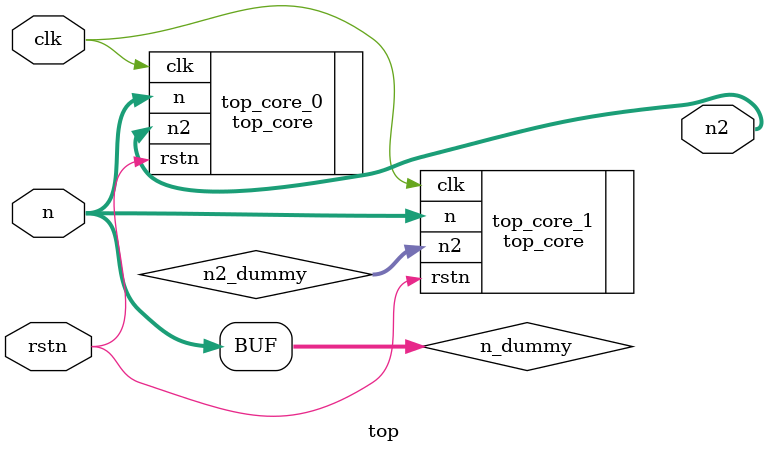
<source format=v>
module top(
  input clk,
  input rstn,
  input [3:0] n,
  output reg [7:0] n2
);

  top_core top_core_0(
    .clk  (clk ),
    .rstn (rstn),
    .n    (n   ),
    .n2   (n2  )
  );

  wire [3:0] n_dummy = n;
  reg [7:0] n2_dummy;

  top_core top_core_1(
    .clk  (clk ),
    .rstn (rstn),
    .n    (n_dummy ),
    .n2   (n2_dummy )
  );

endmodule

</source>
